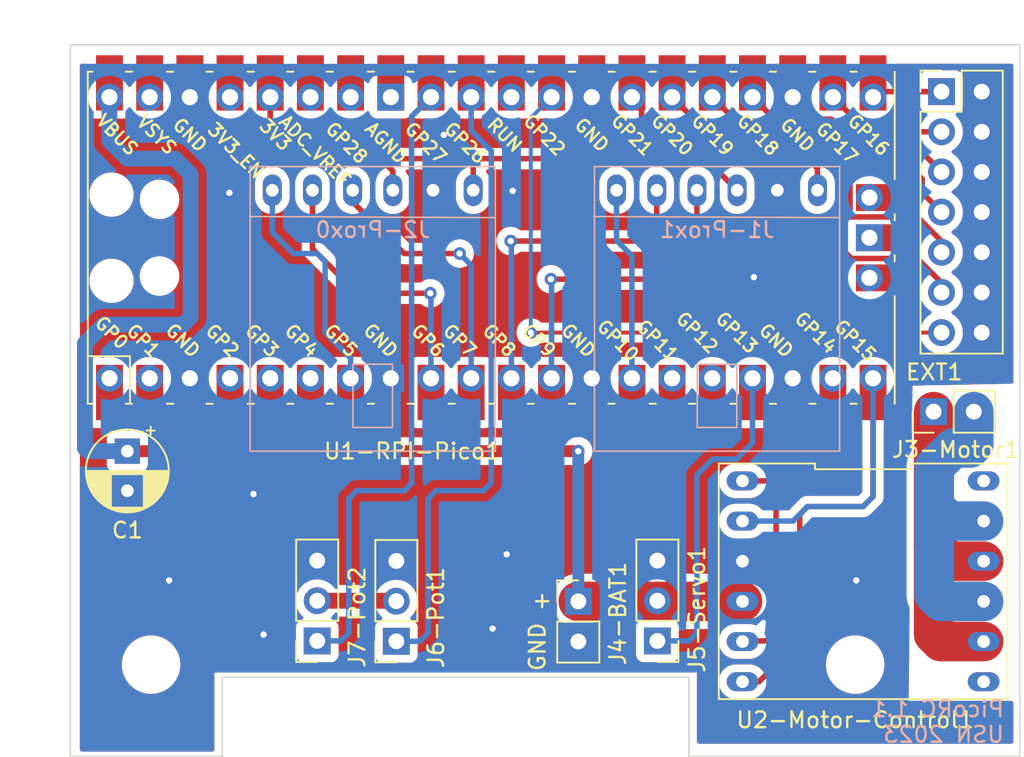
<source format=kicad_pcb>
(kicad_pcb (version 20221018) (generator pcbnew)
  (layers (0 "F.Cu" signal) (31 "B.Cu" signal) (34 "B.Paste" user) (35 "F.Paste" user) (36 "B.SilkS" user "B.Silkscreen") (37 "F.SilkS" user "F.Silkscreen") (38 "B.Mask" user) (39 "F.Mask" user) (44 "Edge.Cuts" user))
  (net 0 "")
  (net 1 "/INT0")
  (net 2 "/SDA0")
  (net 3 "/SCL0")
  (net 4 "+3.3V")
  (net 5 "GND")
  (net 6 "/INT1")
  (net 7 "/SDA1")
  (net 8 "/SCL1")
  (net 9 "/MC_2")
  (net 10 "/MC_1")
  (net 11 "+BATT")
  (net 12 "/Servo_SIGN")
  (net 13 "/ADC0")
  (net 14 "/MO2")
  (net 15 "/MO1")
  (net 24 "/ADC1")
  (net 33 "/GP16")
  (net 34 "/GP17")
  (net 35 "/GP18")
  (net 36 "/GP19")
  (net 37 "/GP20")
  (net 38 "/GP21")
  (net 39 "/GP22")
  (footprint "DRV8233_Module:DIP-12_600_ELL" (layer "F.Cu") (at 140 114.23 -90)
    (fp_text reference "U2-Motor-Control1" (at 8.77 0.5) (layer "F.SilkS"))
    (fp_text value "~")
    (pad "1" thru_hole oval (at -6.35 7.62 270) (size 1.2 2) (drill 0.8) (layers "*.Cu" "*.Mask") (net 9 "/MC_2"))
    (pad "2" thru_hole oval (at -3.81 7.62 270) (size 1.2 2) (drill 0.8) (layers "*.Cu" "*.Mask") (net 10 "/MC_1"))
    (pad "3" thru_hole oval (at -1.27 7.62 270) (size 1.2 2) (drill 0.8) (layers "*.Cu" "*.Mask") (net 5 "GND"))
    (pad "4" thru_hole oval (at 1.27 7.62 270) (size 1.2 2) (drill 0.8) (layers "*.Cu" "*.Mask") (net 11 "+BATT"))
    (pad "5" thru_hole oval (at 3.81 7.62 270) (size 1.2 2) (drill 0.8) (layers "*.Cu" "*.Mask") (net 9 "/MC_2"))
    (pad "6" thru_hole oval (at 6.35 7.62 270) (size 1.2 2) (drill 0.8) (layers "*.Cu" "*.Mask") (net 10 "/MC_1"))
    (pad "7" thru_hole oval (at 6.35 -7.62 270) (size 1.2 2) (drill 0.8) (layers "*.Cu" "*.Mask"))
    (pad "8" thru_hole oval (at 3.81 -7.62 270) (size 1.2 2) (drill 0.8) (layers "*.Cu" "*.Mask") (net 14 "/MO2"))
    (pad "9" thru_hole oval (at 1.27 -7.62 270) (size 1.2 2) (drill 0.8) (layers "*.Cu" "*.Mask") (net 15 "/MO1"))
    (pad "10" thru_hole oval (at -1.27 -7.62 270) (size 1.2 2) (drill 0.8) (layers "*.Cu" "*.Mask") (net 14 "/MO2"))
    (pad "11" thru_hole oval (at -3.81 -7.62 270) (size 1.2 2) (drill 0.8) (layers "*.Cu" "*.Mask") (net 15 "/MO1"))
    (pad "12" thru_hole oval (at -6.35 -7.62 270) (size 1.2 2) (drill 0.8) (layers "*.Cu" "*.Mask"))
  )
  (footprint "Connector_PinHeader_2.54mm:PinHeader_2x07_P2.54mm_Vertical" (layer "F.Cu") (at 144.96 83.26)
    (fp_text reference "EXT1" (at -0.46 17.74) (layer "F.SilkS"))
    (fp_text value "Ext")
    (pad "1" thru_hole rect (at 0 0) (size 1.7 1.7) (drill 1) (layers "*.Cu" "*.Mask") (net 33 "/GP16"))
    (pad "2" thru_hole oval (at 2.54 0) (size 1.7 1.7) (drill 1) (layers "*.Cu" "*.Mask") (net 5 "GND"))
    (pad "3" thru_hole oval (at 0 2.54) (size 1.7 1.7) (drill 1) (layers "*.Cu" "*.Mask") (net 34 "/GP17"))
    (pad "4" thru_hole oval (at 2.54 2.54) (size 1.7 1.7) (drill 1) (layers "*.Cu" "*.Mask") (net 5 "GND"))
    (pad "5" thru_hole oval (at 0 5.08) (size 1.7 1.7) (drill 1) (layers "*.Cu" "*.Mask") (net 35 "/GP18"))
    (pad "6" thru_hole oval (at 2.54 5.08) (size 1.7 1.7) (drill 1) (layers "*.Cu" "*.Mask") (net 5 "GND"))
    (pad "7" thru_hole oval (at 0 7.62) (size 1.7 1.7) (drill 1) (layers "*.Cu" "*.Mask") (net 36 "/GP19"))
    (pad "8" thru_hole oval (at 2.54 7.62) (size 1.7 1.7) (drill 1) (layers "*.Cu" "*.Mask") (net 5 "GND"))
    (pad "9" thru_hole oval (at 0 10.16) (size 1.7 1.7) (drill 1) (layers "*.Cu" "*.Mask") (net 37 "/GP20"))
    (pad "10" thru_hole oval (at 2.54 10.16) (size 1.7 1.7) (drill 1) (layers "*.Cu" "*.Mask") (net 5 "GND"))
    (pad "11" thru_hole oval (at 0 12.7) (size 1.7 1.7) (drill 1) (layers "*.Cu" "*.Mask") (net 38 "/GP21"))
    (pad "12" thru_hole oval (at 2.54 12.7) (size 1.7 1.7) (drill 1) (layers "*.Cu" "*.Mask") (net 5 "GND"))
    (pad "13" thru_hole oval (at 0 15.24) (size 1.7 1.7) (drill 1) (layers "*.Cu" "*.Mask") (net 39 "/GP22"))
    (pad "14" thru_hole oval (at 2.54 15.24) (size 1.7 1.7) (drill 1) (layers "*.Cu" "*.Mask") (net 5 "GND"))
  )
  (footprint "MountingHole:MountingHole_3.2mm_M3_ISO14580" (layer "F.Cu") (at 139.5 119.5)
    (fp_text reference "REF**" hide)
    (fp_text value "M3_ISO14580")
    (pad "" np_thru_hole circle (at 0 0) (size 3.2 3.2) (drill 3.2) (layers "*.Cu" "*.Mask"))
  )
  (footprint "Capacitor_THT:CP_Radial_D5.0mm_P2.50mm" (layer "F.Cu") (at 93.5 106 -90)
    (fp_text reference "C1" (at 5 0 -180) (layer "F.SilkS"))
    (fp_text value "C_Polarized_Small_US")
    (pad "1" thru_hole rect (at 0 0 270) (size 1.6 1.6) (drill 0.8) (layers "*.Cu" "*.Mask") (net 11 "+BATT"))
    (pad "2" thru_hole circle (at 2.5 0 270) (size 1.6 1.6) (drill 0.8) (layers "*.Cu" "*.Mask") (net 5 "GND"))
  )
  (footprint "Connector_PinSocket_2.54mm:PinSocket_1x03_P2.54mm_Vertical" (layer "F.Cu") (at 110.5 118.025 180)
    (fp_text reference "J6-Pot1" (at -2.5 1.5 90) (layer "F.SilkS"))
    (fp_text value "Pot")
    (pad "1" thru_hole rect (at 0 0 180) (size 1.7 1.7) (drill 1) (layers "*.Cu" "*.Mask") (net 13 "/ADC0"))
    (pad "2" thru_hole oval (at 0 2.54 180) (size 1.7 1.7) (drill 1) (layers "*.Cu" "*.Mask") (net 4 "+3.3V"))
    (pad "3" thru_hole oval (at 0 5.08 180) (size 1.7 1.7) (drill 1) (layers "*.Cu" "*.Mask") (net 5 "GND"))
  )
  (footprint "Connector_PinHeader_2.54mm:PinHeader_1x03_P2.54mm_Vertical" (layer "F.Cu") (at 127 118 180)
    (fp_text reference "J5-Servo1" (at -2.5 2 90) (layer "F.SilkS"))
    (fp_text value "Servo")
    (pad "1" thru_hole rect (at 0 0 180) (size 1.7 1.7) (drill 1) (layers "*.Cu" "*.Mask") (net 12 "/Servo_SIGN"))
    (pad "2" thru_hole oval (at 0 2.54 180) (size 1.7 1.7) (drill 1) (layers "*.Cu" "*.Mask") (net 11 "+BATT"))
    (pad "3" thru_hole oval (at 0 5.08 180) (size 1.7 1.7) (drill 1) (layers "*.Cu" "*.Mask") (net 5 "GND"))
  )
  (footprint "MountingHole:MountingHole_3.2mm_M3_ISO14580" (layer "F.Cu") (at 95 119.5)
    (fp_text reference "REF**" hide)
    (fp_text value "M3_ISO14580")
    (pad "" np_thru_hole circle (at 0 0) (size 3.2 3.2) (drill 3.2) (layers "*.Cu" "*.Mask"))
  )
  (footprint "Connector_PinHeader_2.54mm:PinHeader_1x02_P2.54mm_Vertical" (layer "F.Cu") (at 122 115.5)
    (fp_text reference "J4-BAT1" (at 2.5 0.775 90) (layer "F.SilkS"))
    (fp_text value "3.7V Battery")
    (pad "1" thru_hole rect (at 0 0) (size 1.7 1.7) (drill 1) (layers "*.Cu" "*.Mask") (net 11 "+BATT"))
    (pad "2" thru_hole oval (at 0 2.54) (size 1.7 1.7) (drill 1) (layers "*.Cu" "*.Mask") (net 5 "GND"))
  )
  (footprint "Connector_PinSocket_2.54mm:PinSocket_1x03_P2.54mm_Vertical" (layer "F.Cu") (at 105.5 118 180)
    (fp_text reference "J7-Pot2" (at -2.525 1.5 90) (layer "F.SilkS"))
    (fp_text value "Pot")
    (pad "1" thru_hole rect (at 0 0 180) (size 1.7 1.7) (drill 1) (layers "*.Cu" "*.Mask") (net 24 "/ADC1"))
    (pad "2" thru_hole oval (at 0 2.54 180) (size 1.7 1.7) (drill 1) (layers "*.Cu" "*.Mask") (net 4 "+3.3V"))
    (pad "3" thru_hole oval (at 0 5.08 180) (size 1.7 1.7) (drill 1) (layers "*.Cu" "*.Mask") (net 5 "GND"))
  )
  (footprint "Connector_PinHeader_2.54mm:PinHeader_1x02_P2.54mm_Vertical" (layer "F.Cu") (at 144.46 103.5 90)
    (fp_text reference "J3-Motor1" (at -2.4 -2.725) (layer "F.SilkS") (effects (justify left)))
    (fp_text value "DC-Motor")
    (pad "1" thru_hole rect (at 0 0 90) (size 1.7 1.7) (drill 1) (layers "*.Cu" "*.Mask") (net 14 "/MO2"))
    (pad "2" thru_hole oval (at 0 2.54 90) (size 1.7 1.7) (drill 1) (layers "*.Cu" "*.Mask") (net 15 "/MO1"))
  )
  (footprint "MCU_RaspberryPi_and_Boards:RPi_Pico_SMD_TH" (layer "F.Cu") (at 116.5 92.5 90)
    (fp_text reference "U1-RPI-Pico1" (at -13.5 -5 180) (layer "F.SilkS"))
    (fp_text value "Pico")
    (fp_text user "GP28" (at 6 -9.144 135) (layer "F.SilkS") (effects (font (size 0.8 0.8))))
    (fp_text user "GP26" (at 6 -1.65 135) (layer "F.SilkS") (effects (font (size 0.8 0.8))))
    (fp_text user "3V3_EN" (at 5.5 -16.15 135) (layer "F.SilkS") (effects (font (size 0.8 0.8))))
    (fp_text user "GND" (at 6.5 6.35 135) (layer "F.SilkS") (effects (font (size 0.8 0.8))))
    (fp_text user "AGND" (at 6 -6.65 135) (layer "F.SilkS") (effects (font (size 0.8 0.8))))
    (fp_text user "GND" (at -6.5 5.5 135) (layer "F.SilkS") (effects (font (size 0.8 0.8))))
    (fp_text user "GND" (at 6.5 19.35 135) (layer "F.SilkS") (effects (font (size 0.8 0.8))))
    (fp_text user "GP20" (at 6.5 11.43 135) (layer "F.SilkS") (effects (font (size 0.8 0.8))))
    (fp_text user "GP22" (at 6.5 3.35 135) (layer "F.SilkS") (effects (font (size 0.8 0.8))))
    (fp_text user "GP16" (at 6.5 23.85 135) (layer "F.SilkS") (effects (font (size 0.8 0.8))))
    (fp_text user "GP27" (at 6 -4.15 135) (layer "F.SilkS") (effects (font (size 0.8 0.8))))
    (fp_text user "GP6" (at -6.5 -4 135) (layer "F.SilkS") (effects (font (size 0.8 0.8))))
    (fp_text user "GP14" (at -6 20.5 135) (layer "F.SilkS") (effects (font (size 0.8 0.8))))
    (fp_text user "GP17" (at 6 21.85 135) (layer "F.SilkS") (effects (font (size 0.8 0.8))))
    (fp_text user "GP12" (at -6 13 135) (layer "F.SilkS") (effects (font (size 0.8 0.8))))
    (fp_text user "GP2" (at -6.5 -17 135) (layer "F.SilkS") (effects (font (size 0.8 0.8))))
    (fp_text user "GP11" (at -6.5 10.5 135) (layer "F.SilkS") (effects (font (size 0.8 0.8))))
    (fp_text user "GP9" (at -6.5 3 135) (layer "F.SilkS") (effects (font (size 0.8 0.8))))
    (fp_text user "GP4" (at -6.5 -12 135) (layer "F.SilkS") (effects (font (size 0.8 0.8))))
    (fp_text user "ADC_VREF" (at 5.5 -11.15 135) (layer "F.SilkS") (effects (font (size 0.8 0.8))))
    (fp_text user "GP7" (at -6.5 -2 135) (layer "F.SilkS") (effects (font (size 0.8 0.8))))
    (fp_text user "GND" (at -6.5 -19.5 135) (layer "F.SilkS") (effects (font (size 0.8 0.8))))
    (fp_text user "RUN" (at 6.5 0.85 135) (layer "F.SilkS") (effects (font (size 0.8 0.8))))
    (fp_text user "VSYS" (at 6.5 -21.15 135) (layer "F.SilkS") (effects (font (size 0.8 0.8))))
    (fp_text user "GND" (at -6.5 -7 135) (layer "F.SilkS") (effects (font (size 0.8 0.8))))
    (fp_text user "GP0" (at -6 -24 135) (layer "F.SilkS") (effects (font (size 0.8 0.8))))
    (fp_text user "VBUS" (at 6.5 -23.65 135) (layer "F.SilkS") (effects (font (size 0.8 0.8))))
    (fp_text user "GP18" (at 6.5 16.85 135) (layer "F.SilkS") (effects (font (size 0.8 0.8))))
    (fp_text user "GP3" (at -6.5 -14.5 135) (layer "F.SilkS") (effects (font (size 0.8 0.8))))
    (fp_text user "GND" (at -6.5 18 135) (layer "F.SilkS") (effects (font (size 0.8 0.8))))
    (fp_text user "GP13" (at -6 15.5 135) (layer "F.SilkS") (effects (font (size 0.8 0.8))))
    (fp_text user "GP15" (at -6.5 23 135) (layer "F.SilkS") (effects (font (size 0.8 0.8))))
    (fp_text user "GP1" (at -6.5 -22 135) (layer "F.SilkS") (effects (font (size 0.8 0.8))))
    (fp_text user "GND" (at 6.5 -19.05 135) (layer "F.SilkS") (effects (font (size 0.8 0.8))))
    (fp_text user "3V3" (at 6.5 -13.65 135) (layer "F.SilkS") (effects (font (size 0.8 0.8))))
    (fp_text user "GP8" (at -6.5 0.5 135) (layer "F.SilkS") (effects (font (size 0.8 0.8))))
    (fp_text user "GP5" (at -6.5 -9.5 135) (layer "F.SilkS") (effects (font (size 0.8 0.8))))
    (fp_text user "GP19" (at 6.5 13.97 135) (layer "F.SilkS") (effects (font (size 0.8 0.8))))
    (fp_text user "GP10" (at -6.5 8 135) (layer "F.SilkS") (effects (font (size 0.8 0.8))))
    (fp_text user "GP21" (at 6.5 8.9 135) (layer "F.SilkS") (effects (font (size 0.8 0.8))))
    (pad "" np_thru_hole oval (at -2.725 -24 90) (size 1.8 1.8) (drill 1.8) (layers "*.Cu" "*.Mask"))
    (pad "" np_thru_hole oval (at -2.425 -20.97 90) (size 1.5 1.5) (drill 1.5) (layers "*.Cu" "*.Mask"))
    (pad "" np_thru_hole oval (at 2.425 -20.97 90) (size 1.5 1.5) (drill 1.5) (layers "*.Cu" "*.Mask"))
    (pad "" np_thru_hole oval (at 2.725 -24 90) (size 1.8 1.8) (drill 1.8) (layers "*.Cu" "*.Mask"))
    (pad "1" thru_hole oval (at -8.89 -24.13 90) (size 1.7 1.7) (drill 1.02) (layers "*.Cu" "*.Mask"))
    (pad "1" smd rect (at -8.89 -24.13 90) (size 3.5 1.7) (drill (offset -0.9 0)) (layers "F.Cu" "F.Mask"))
    (pad "2" thru_hole oval (at -8.89 -21.59 90) (size 1.7 1.7) (drill 1.02) (layers "*.Cu" "*.Mask"))
    (pad "2" smd rect (at -8.89 -21.59 90) (size 3.5 1.7) (drill (offset -0.9 0)) (layers "F.Cu" "F.Mask"))
    (pad "3" thru_hole rect (at -8.89 -19.05 90) (size 1.7 1.7) (drill 1.02) (layers "*.Cu" "*.Mask") (net 5 "GND"))
    (pad "3" smd rect (at -8.89 -19.05 90) (size 3.5 1.7) (drill (offset -0.9 0)) (layers "F.Cu" "F.Mask") (net 5 "GND"))
    (pad "4" thru_hole oval (at -8.89 -16.51 90) (size 1.7 1.7) (drill 1.02) (layers "*.Cu" "*.Mask"))
    (pad "4" smd rect (at -8.89 -16.51 90) (size 3.5 1.7) (drill (offset -0.9 0)) (layers "F.Cu" "F.Mask"))
    (pad "5" thru_hole oval (at -8.89 -13.97 90) (size 1.7 1.7) (drill 1.02) (layers "*.Cu" "*.Mask"))
    (pad "5" smd rect (at -8.89 -13.97 90) (size 3.5 1.7) (drill (offset -0.9 0)) (layers "F.Cu" "F.Mask"))
    (pad "6" thru_hole oval (at -8.89 -11.43 90) (size 1.7 1.7) (drill 1.02) (layers "*.Cu" "*.Mask"))
    (pad "6" smd rect (at -8.89 -11.43 90) (size 3.5 1.7) (drill (offset -0.9 0)) (layers "F.Cu" "F.Mask"))
    (pad "7" thru_hole oval (at -8.89 -8.89 90) (size 1.7 1.7) (drill 1.02) (layers "*.Cu" "*.Mask") (net 6 "/INT1"))
    (pad "7" smd rect (at -8.89 -8.89 90) (size 3.5 1.7) (drill (offset -0.9 0)) (layers "F.Cu" "F.Mask") (net 6 "/INT1"))
    (pad "8" thru_hole rect (at -8.89 -6.35 90) (size 1.7 1.7) (drill 1.02) (layers "*.Cu" "*.Mask") (net 5 "GND"))
    (pad "8" smd rect (at -8.89 -6.35 90) (size 3.5 1.7) (drill (offset -0.9 0)) (layers "F.Cu" "F.Mask") (net 5 "GND"))
    (pad "9" thru_hole oval (at -8.89 -3.81 90) (size 1.7 1.7) (drill 1.02) (layers "*.Cu" "*.Mask") (net 7 "/SDA1"))
    (pad "9" smd rect (at -8.89 -3.81 90) (size 3.5 1.7) (drill (offset -0.9 0)) (layers "F.Cu" "F.Mask") (net 7 "/SDA1"))
    (pad "10" thru_hole oval (at -8.89 -1.27 90) (size 1.7 1.7) (drill 1.02) (layers "*.Cu" "*.Mask") (net 8 "/SCL1"))
    (pad "10" smd rect (at -8.89 -1.27 90) (size 3.5 1.7) (drill (offset -0.9 0)) (layers "F.Cu" "F.Mask") (net 8 "/SCL1"))
    (pad "11" thru_hole oval (at -8.89 1.27 90) (size 1.7 1.7) (drill 1.02) (layers "*.Cu" "*.Mask") (net 2 "/SDA0"))
    (pad "11" smd rect (at -8.89 1.27 90) (size 3.5 1.7) (drill (offset -0.9 0)) (layers "F.Cu" "F.Mask") (net 2 "/SDA0"))
    (pad "12" thru_hole oval (at -8.89 3.81 90) (size 1.7 1.7) (drill 1.02) (layers "*.Cu" "*.Mask") (net 3 "/SCL0"))
    (pad "12" smd rect (at -8.89 3.81 90) (size 3.5 1.7) (drill (offset -0.9 0)) (layers "F.Cu" "F.Mask") (net 3 "/SCL0"))
    (pad "13" thru_hole rect (at -8.89 6.35 90) (size 1.7 1.7) (drill 1.02) (layers "*.Cu" "*.Mask") (net 5 "GND"))
    (pad "13" smd rect (at -8.89 6.35 90) (size 3.5 1.7) (drill (offset -0.9 0)) (layers "F.Cu" "F.Mask") (net 5 "GND"))
    (pad "14" thru_hole oval (at -8.89 8.89 90) (size 1.7 1.7) (drill 1.02) (layers "*.Cu" "*.Mask") (net 1 "/INT0"))
    (pad "14" smd rect (at -8.89 8.89 90) (size 3.5 1.7) (drill (offset -0.9 0)) (layers "F.Cu" "F.Mask") (net 1 "/INT0"))
    (pad "15" thru_hole oval (at -8.89 11.43 90) (size 1.7 1.7) (drill 1.02) (layers "*.Cu" "*.Mask"))
    (pad "15" smd rect (at -8.89 11.43 90) (size 3.5 1.7) (drill (offset -0.9 0)) (layers "F.Cu" "F.Mask"))
    (pad "16" thru_hole oval (at -8.89 13.97 90) (size 1.7 1.7) (drill 1.02) (layers "*.Cu" "*.Mask"))
    (pad "16" smd rect (at -8.89 13.97 90) (size 3.5 1.7) (drill (offset -0.9 0)) (layers "F.Cu" "F.Mask"))
    (pad "17" thru_hole oval (at -8.89 16.51 90) (size 1.7 1.7) (drill 1.02) (layers "*.Cu" "*.Mask") (net 12 "/Servo_SIGN"))
    (pad "17" smd rect (at -8.89 16.51 90) (size 3.5 1.7) (drill (offset -0.9 0)) (layers "F.Cu" "F.Mask") (net 12 "/Servo_SIGN"))
    (pad "18" thru_hole rect (at -8.89 19.05 90) (size 1.7 1.7) (drill 1.02) (layers "*.Cu" "*.Mask") (net 5 "GND"))
    (pad "18" smd rect (at -8.89 19.05 90) (size 3.5 1.7) (drill (offset -0.9 0)) (layers "F.Cu" "F.Mask") (net 5 "GND"))
    (pad "19" thru_hole oval (at -8.89 21.59 90) (size 1.7 1.7) (drill 1.02) (layers "*.Cu" "*.Mask") (net 9 "/MC_2"))
    (pad "19" smd rect (at -8.89 21.59 90) (size 3.5 1.7) (drill (offset -0.9 0)) (layers "F.Cu" "F.Mask") (net 9 "/MC_2"))
    (pad "20" thru_hole oval (at -8.89 24.13 90) (size 1.7 1.7) (drill 1.02) (layers "*.Cu" "*.Mask") (net 10 "/MC_1"))
    (pad "20" smd rect (at -8.89 24.13 90) (size 3.5 1.7) (drill (offset -0.9 0)) (layers "F.Cu" "F.Mask") (net 10 "/MC_1"))
    (pad "21" thru_hole oval (at 8.89 24.13 90) (size 1.7 1.7) (drill 1.02) (layers "*.Cu" "*.Mask") (net 33 "/GP16"))
    (pad "21" smd rect (at 8.89 24.13 90) (size 3.5 1.7) (drill (offset 0.9 0)) (layers "F.Cu" "F.Mask") (net 33 "/GP16"))
    (pad "22" thru_hole oval (at 8.89 21.59 90) (size 1.7 1.7) (drill 1.02) (layers "*.Cu" "*.Mask") (net 34 "/GP17"))
    (pad "22" smd rect (at 8.89 21.59 90) (size 3.5 1.7) (drill (offset 0.9 0)) (layers "F.Cu" "F.Mask") (net 34 "/GP17"))
    (pad "23" thru_hole rect (at 8.89 19.05 90) (size 1.7 1.7) (drill 1.02) (layers "*.Cu" "*.Mask") (net 5 "GND"))
    (pad "23" smd rect (at 8.89 19.05 90) (size 3.5 1.7) (drill (offset 0.9 0)) (layers "F.Cu" "F.Mask") (net 5 "GND"))
    (pad "24" thru_hole oval (at 8.89 16.51 90) (size 1.7 1.7) (drill 1.02) (layers "*.Cu" "*.Mask") (net 35 "/GP18"))
    (pad "24" smd rect (at 8.89 16.51 90) (size 3.5 1.7) (drill (offset 0.9 0)) (layers "F.Cu" "F.Mask") (net 35 "/GP18"))
    (pad "25" thru_hole oval (at 8.89 13.97 90) (size 1.7 1.7) (drill 1.02) (layers "*.Cu" "*.Mask") (net 36 "/GP19"))
    (pad "25" smd rect (at 8.89 13.97 90) (size 3.5 1.7) (drill (offset 0.9 0)) (layers "F.Cu" "F.Mask") (net 36 "/GP19"))
    (pad "26" thru_hole oval (at 8.89 11.43 90) (size 1.7 1.7) (drill 1.02) (layers "*.Cu" "*.Mask") (net 37 "/GP20"))
    (pad "26" smd rect (at 8.89 11.43 90) (size 3.5 1.7) (drill (offset 0.9 0)) (layers "F.Cu" "F.Mask") (net 37 "/GP20"))
    (pad "27" thru_hole oval (at 8.89 8.89 90) (size 1.7 1.7) (drill 1.02) (layers "*.Cu" "*.Mask") (net 38 "/GP21"))
    (pad "27" smd rect (at 8.89 8.89 90) (size 3.5 1.7) (drill (offset 0.9 0)) (layers "F.Cu" "F.Mask") (net 38 "/GP21"))
    (pad "28" thru_hole rect (at 8.89 6.35 90) (size 1.7 1.7) (drill 1.02) (layers "*.Cu" "*.Mask") (net 5 "GND"))
    (pad "28" smd rect (at 8.89 6.35 90) (size 3.5 1.7) (drill (offset 0.9 0)) (layers "F.Cu" "F.Mask") (net 5 "GND"))
    (pad "29" thru_hole oval (at 8.89 3.81 90) (size 1.7 1.7) (drill 1.02) (layers "*.Cu" "*.Mask") (net 39 "/GP22"))
    (pad "29" smd rect (at 8.89 3.81 90) (size 3.5 1.7) (drill (offset 0.9 0)) (layers "F.Cu" "F.Mask") (net 39 "/GP22"))
    (pad "30" thru_hole oval (at 8.89 1.27 90) (size 1.7 1.7) (drill 1.02) (layers "*.Cu" "*.Mask"))
    (pad "30" smd rect (at 8.89 1.27 90) (size 3.5 1.7) (drill (offset 0.9 0)) (layers "F.Cu" "F.Mask"))
    (pad "31" thru_hole oval (at 8.89 -1.27 90) (size 1.7 1.7) (drill 1.02) (layers "*.Cu" "*.Mask") (net 13 "/ADC0"))
    (pad "31" smd rect (at 8.89 -1.27 90) (size 3.5 1.7) (drill (offset 0.9 0)) (layers "F.Cu" "F.Mask") (net 13 "/ADC0"))
    (pad "32" thru_hole oval (at 8.89 -3.81 90) (size 1.7 1.7) (drill 1.02) (layers "*.Cu" "*.Mask") (net 24 "/ADC1"))
    (pad "32" smd rect (at 8.89 -3.81 90) (size 3.5 1.7) (drill (offset 0.9 0)) (layers "F.Cu" "F.Mask") (net 24 "/ADC1"))
    (pad "33" thru_hole rect (at 8.89 -6.35 90) (size 1.7 1.7) (drill 1.02) (layers "*.Cu" "*.Mask"))
    (pad "33" smd rect (at 8.89 -6.35 90) (size 3.5 1.7) (drill (offset 0.9 0)) (layers "F.Cu" "F.Mask"))
    (pad "34" thru_hole oval (at 8.89 -8.89 90) (size 1.7 1.7) (drill 1.02) (layers "*.Cu" "*.Mask"))
    (pad "34" smd rect (at 8.89 -8.89 90) (size 3.5 1.7) (drill (offset 0.9 0)) (layers "F.Cu" "F.Mask"))
    (pad "35" thru_hole oval (at 8.89 -11.43 90) (size 1.7 1.7) (drill 1.02) (layers "*.Cu" "*.Mask"))
    (pad "35" smd rect (at 8.89 -11.43 90) (size 3.5 1.7) (drill (offset 0.9 0)) (layers "F.Cu" "F.Mask"))
    (pad "36" thru_hole oval (at 8.89 -13.97 90) (size 1.7 1.7) (drill 1.02) (layers "*.Cu" "*.Mask") (net 4 "+3.3V"))
    (pad "36" smd rect (at 8.89 -13.97 90) (size 3.5 1.7) (drill (offset 0.9 0)) (layers "F.Cu" "F.Mask") (net 4 "+3.3V"))
    (pad "37" thru_hole oval (at 8.89 -16.51 90) (size 1.7 1.7) (drill 1.02) (layers "*.Cu" "*.Mask"))
    (pad "37" smd rect (at 8.89 -16.51 90) (size 3.5 1.7) (drill (offset 0.9 0)) (layers "F.Cu" "F.Mask"))
    (pad "38" thru_hole rect (at 8.89 -19.05 90) (size 1.7 1.7) (drill 1.02) (layers "*.Cu" "*.Mask") (net 5 "GND"))
    (pad "38" smd rect (at 8.89 -19.05 90) (size 3.5 1.7) (drill (offset 0.9 0)) (layers "F.Cu" "F.Mask") (net 5 "GND"))
    (pad "39" thru_hole oval (at 8.89 -21.59 90) (size 1.7 1.7) (drill 1.02) (layers "*.Cu" "*.Mask"))
    (pad "39" smd rect (at 8.89 -21.59 90) (size 3.5 1.7) (drill (offset 0.9 0)) (layers "F.Cu" "F.Mask"))
    (pad "40" thru_hole oval (at 8.89 -24.13 90) (size 1.7 1.7) (drill 1.02) (layers "*.Cu" "*.Mask") (net 11 "+BATT"))
    (pad "40" smd rect (at 8.89 -24.13 90) (size 3.5 1.7) (drill (offset 0.9 0)) (layers "F.Cu" "F.Mask") (net 11 "+BATT"))
    (pad "41" thru_hole oval (at -2.54 23.9 90) (size 1.7 1.7) (drill 1.02) (layers "*.Cu" "*.Mask"))
    (pad "41" smd rect (at -2.54 23.9 180) (size 3.5 1.7) (drill (offset -0.9 0)) (layers "F.Cu" "F.Mask"))
    (pad "42" thru_hole rect (at 0 23.9 90) (size 1.7 1.7) (drill 1.02) (layers "*.Cu" "*.Mask"))
    (pad "42" smd rect (at 0 23.9 180) (size 3.5 1.7) (drill (offset -0.9 0)) (layers "F.Cu" "F.Mask"))
    (pad "43" thru_hole oval (at 2.54 23.9 90) (size 1.7 1.7) (drill 1.02) (layers "*.Cu" "*.Mask"))
    (pad "43" smd rect (at 2.54 23.9 180) (size 3.5 1.7) (drill (offset -0.9 0)) (layers "F.Cu" "F.Mask"))
  )
  (footprint "ADPS9960:SIP-6" (layer "B.Cu") (at 109.01 89.5 180)
    (fp_text reference "J2-Prox0" (at 0 -2.5) (layer "B.SilkS") (effects (justify mirror)))
    (fp_text value "I2C_CH1")
    (pad "1" thru_hole oval (at 6.35 0 180) (size 1.2 2) (drill 0.8) (layers "*.Cu" "*.Mask") (net 6 "/INT1"))
    (pad "2" thru_hole oval (at 3.81 0 180) (size 1.2 2) (drill 0.8) (layers "*.Cu" "*.Mask") (net 7 "/SDA1"))
    (pad "3" thru_hole oval (at 1.27 0 180) (size 1.2 2) (drill 0.8) (layers "*.Cu" "*.Mask") (net 8 "/SCL1"))
    (pad "4" thru_hole oval (at -1.27 0 180) (size 1.2 2) (drill 0.8) (layers "*.Cu" "*.Mask") (net 4 "+3.3V"))
    (pad "5" thru_hole oval (at -3.81 0 180) (size 1.2 2) (drill 0.8) (layers "*.Cu" "*.Mask") (net 5 "GND"))
    (pad "6" thru_hole oval (at -6.35 0 180) (size 1.2 2) (drill 0.8) (layers "*.Cu" "*.Mask") (net 4 "+3.3V"))
  )
  (footprint "ADPS9960:SIP-6" (layer "B.Cu") (at 130.77 89.5 180)
    (fp_text reference "J1-Prox1" (at 0 -2.5) (layer "B.SilkS") (effects (justify mirror)))
    (fp_text value "I2C_CH0")
    (pad "1" thru_hole oval (at 6.35 0 180) (size 1.2 2) (drill 0.8) (layers "*.Cu" "*.Mask") (net 1 "/INT0"))
    (pad "2" thru_hole oval (at 3.81 0 180) (size 1.2 2) (drill 0.8) (layers "*.Cu" "*.Mask") (net 2 "/SDA0"))
    (pad "3" thru_hole oval (at 1.27 0 180) (size 1.2 2) (drill 0.8) (layers "*.Cu" "*.Mask") (net 3 "/SCL0"))
    (pad "4" thru_hole oval (at -1.27 0 180) (size 1.2 2) (drill 0.8) (layers "*.Cu" "*.Mask") (net 4 "+3.3V"))
    (pad "5" thru_hole oval (at -3.81 0 180) (size 1.2 2) (drill 0.8) (layers "*.Cu" "*.Mask") (net 5 "GND"))
    (pad "6" thru_hole oval (at -6.35 0 180) (size 1.2 2) (drill 0.8) (layers "*.Cu" "*.Mask") (net 4 "+3.3V"))
  )
  (gr_line (start 99.5 125.3) (end 89.9 125.3) (stroke (width 0.1)) (layer "Edge.Cuts"))
  (gr_line (start 89.9 80.3) (end 149.9 80.3) (stroke (width 0.1)) (layer "Edge.Cuts"))
  (gr_line (start 99.5 120.3) (end 99.5 125.3) (stroke (width 0.1)) (layer "Edge.Cuts"))
  (gr_line (start 149.9 80.3) (end 149.9 120.3) (stroke (width 0.1)) (layer "Edge.Cuts"))
  (gr_line (start 149.9 120.3) (end 149.9 125.3) (stroke (width 0.1)) (layer "Edge.Cuts"))
  (gr_line (start 149 125.3) (end 129 125.3) (stroke (width 0.1)) (layer "Edge.Cuts"))
  (gr_line (start 129 120.3) (end 99.5 120.3) (stroke (width 0.1)) (layer "Edge.Cuts"))
  (gr_line (start 149.9 125.3) (end 149 125.3) (stroke (width 0.1)) (layer "Edge.Cuts"))
  (gr_line (start 129 125.3) (end 129 120.3) (stroke (width 0.1)) (layer "Edge.Cuts"))
  (gr_line (start 89.9 125.3) (end 89.9 80.3) (stroke (width 0.1)) (layer "Edge.Cuts"))
  (gr_text "PicoRC 1.1\nUSN 2023" (at 149 124.5) (layer "B.SilkS") (effects (font (size 1 1)) (justify left bottom mirror)))
  (gr_text "GND" (at 120 120 90) (layer "F.SilkS") (effects (font (size 1 1)) (justify left bottom)))
  (gr_text "+" (at 119 116) (layer "F.SilkS") (effects (font (size 1 1)) (justify left bottom)))
  (segment (start 125.39 93.64) (end 124.42 92.67) (width 0.35) (layer "B.Cu") (net 1))
  (segment (start 125.39 101.39) (end 125.39 93.64) (width 0.35) (layer "B.Cu") (net 1))
  (segment (start 124.42 92.67) (end 124.42 89.5) (width 0.35) (layer "B.Cu") (net 1))
  (segment (start 126.96 91.861) (end 126.111 92.71) (width 0.35) (layer "F.Cu") (net 2))
  (segment (start 126.96 89.5) (end 126.96 91.861) (width 0.35) (layer "F.Cu") (net 2))
  (segment (start 126.111 92.71) (end 117.729 92.71) (width 0.35) (layer "F.Cu") (net 2))
  (via (at 117.729 92.71) (size 0.8) (drill 0.4) (layers "F.Cu" "B.Cu") (net 2))
  (segment (start 117.729 92.71) (end 117.77 92.751) (width 0.35) (layer "B.Cu") (net 2))
  (segment (start 117.77 92.751) (end 117.77 101.39) (width 0.35) (layer "B.Cu") (net 2))
  (segment (start 129.5 92) (end 126.377 95.123) (width 0.35) (layer "F.Cu") (net 3))
  (segment (start 126.377 95.123) (end 120.269 95.123) (width 0.35) (layer "F.Cu") (net 3))
  (segment (start 129.5 92) (end 129.5 89.5) (width 0.35) (layer "F.Cu") (net 3))
  (via (at 120.269 95.123) (size 0.8) (drill 0.4) (layers "F.Cu" "B.Cu") (net 3))
  (segment (start 120.31 95.164) (end 120.31 101.39) (width 0.35) (layer "B.Cu") (net 3))
  (segment (start 120.269 95.123) (end 120.31 95.164) (width 0.35) (layer "B.Cu") (net 3))
  (segment (start 130.04 87.5) (end 115 87.5) (width 0.35) (layer "F.Cu") (net 4))
  (segment (start 109 87.5) (end 115 87.5) (width 0.35) (layer "F.Cu") (net 4))
  (segment (start 110.28 88.28) (end 109.5 87.5) (width 0.35) (layer "F.Cu") (net 4))
  (segment (start 110.475 115.46) (end 110.5 115.485) (width 1) (layer "F.Cu") (net 4))
  (segment (start 102.53 83.61) (end 102.53 87) (width 0.35) (layer "F.Cu") (net 4))
  (segment (start 110.28 89.5) (end 110.28 88.28) (width 0.35) (layer "F.Cu") (net 4))
  (segment (start 115.36 87.86) (end 115 87.5) (width 0.35) (layer "F.Cu") (net 4))
  (segment (start 109.5 87.5) (end 109 87.5) (width 0.35) (layer "F.Cu") (net 4))
  (segment (start 102.53 87) (end 102.53 87.03) (width 0.35) (layer "F.Cu") (net 4))
  (segment (start 137.12 88.12) (end 136.5 87.5) (width 0.35) (layer "F.Cu") (net 4))
  (segment (start 137.12 89.5) (end 137.12 88.12) (width 0.35) (layer "F.Cu") (net 4))
  (segment (start 115.36 89.5) (end 115.36 87.86) (width 0.35) (layer "F.Cu") (net 4))
  (segment (start 107 87.5) (end 109 87.5) (width 0.35) (layer "F.Cu") (net 4))
  (segment (start 136.5 87.5) (end 130.04 87.5) (width 0.35) (layer "F.Cu") (net 4))
  (segment (start 103 87.5) (end 107 87.5) (width 0.35) (layer "F.Cu") (net 4))
  (segment (start 132.04 89.5) (end 130.04 87.5) (width 0.35) (layer "F.Cu") (net 4))
  (segment (start 105.5 115.46) (end 110.475 115.46) (width 1) (layer "F.Cu") (net 4))
  (segment (start 102.53 87.03) (end 103 87.5) (width 0.35) (layer "F.Cu") (net 4))
  (via (at 96.139 114.173) (size 0.8) (drill 0.4) (layers "F.Cu" "B.Cu") (net 5))
  (via (at 116.586 117.221) (size 0.8) (drill 0.4) (layers "F.Cu" "B.Cu") (net 5))
  (via (at 113.5 86) (size 0.8) (drill 0.4) (layers "F.Cu" "B.Cu") (net 5))
  (via (at 117.856 89.535) (size 0.8) (drill 0.4) (layers "F.Cu" "B.Cu") (net 5))
  (via (at 133.096 94.996) (size 0.8) (drill 0.4) (layers "F.Cu" "B.Cu") (net 5))
  (via (at 99.949 89.662) (size 0.8) (drill 0.4) (layers "F.Cu" "B.Cu") (net 5))
  (via (at 102.108 117.602) (size 0.8) (drill 0.4) (layers "F.Cu" "B.Cu") (net 5))
  (via (at 117.475 112.522) (size 0.8) (drill 0.4) (layers "F.Cu" "B.Cu") (net 5))
  (via (at 139.573 114.173) (size 0.8) (drill 0.4) (layers "F.Cu" "B.Cu") (net 5))
  (via (at 101.473 108.712) (size 0.8) (drill 0.4) (layers "F.Cu" "B.Cu") (net 5))
  (segment (start 112.69 89.63) (end 112.82 89.5) (width 0.35) (layer "B.Cu") (net 5))
  (segment (start 105.5 93.5) (end 104 93.5) (width 0.35) (layer "B.Cu") (net 6))
  (segment (start 106 94) (end 105.5 93.5) (width 0.35) (layer "B.Cu") (net 6))
  (segment (start 107.61 100.11) (end 106 98.5) (width 0.35) (layer "B.Cu") (net 6))
  (segment (start 104 93.5) (end 102.66 92.16) (width 0.35) (layer "B.Cu") (net 6))
  (segment (start 102.66 92.16) (end 102.66 89.5) (width 0.35) (layer "B.Cu") (net 6))
  (segment (start 106 98.5) (end 106 94) (width 0.35) (layer "B.Cu") (net 6))
  (segment (start 107.61 101.39) (end 107.61 100.11) (width 0.35) (layer "B.Cu") (net 6))
  (segment (start 112.649 96.012) (end 108.012 96.012) (width 0.35) (layer "F.Cu") (net 7))
  (segment (start 108.012 96.012) (end 105.2 93.2) (width 0.35) (layer "F.Cu") (net 7))
  (segment (start 105.2 93.2) (end 105.2 89.5) (width 0.35) (layer "F.Cu") (net 7))
  (via (at 112.649 96.012) (size 0.8) (drill 0.4) (layers "F.Cu" "B.Cu") (net 7))
  (segment (start 112.69 96.053) (end 112.69 101.39) (width 0.35) (layer "B.Cu") (net 7))
  (segment (start 112.649 96.012) (end 112.69 96.053) (width 0.35) (layer "B.Cu") (net 7))
  (segment (start 107.74 90.24) (end 111 93.5) (width 0.35) (layer "F.Cu") (net 8))
  (segment (start 111 93.5) (end 114.5 93.5) (width 0.35) (layer "F.Cu") (net 8))
  (segment (start 107.74 89.5) (end 107.74 90.24) (width 0.35) (layer "F.Cu") (net 8))
  (via (at 114.5 93.5) (size 0.8) (drill 0.4) (layers "F.Cu" "B.Cu") (net 8))
  (segment (start 115.23 101.39) (end 115.23 94.23) (width 0.35) (layer "B.Cu") (net 8))
  (segment (start 115.23 94.23) (end 114.5 93.5) (width 0.35) (layer "B.Cu") (net 8))
  (segment (start 134 118) (end 134.5 117.5) (width 0.35) (layer "F.Cu") (net 9))
  (segment (start 132.46 118.04) (end 132.5 118) (width 0.35) (layer "F.Cu") (net 9))
  (segment (start 138.09 107) (end 138.09 101.39) (width 0.35) (layer "F.Cu") (net 9))
  (segment (start 134.5 117.5) (end 134.5 108.38) (width 0.35) (layer "F.Cu") (net 9))
  (segment (start 134.5 108.38) (end 135 107.88) (width 0.35) (layer "F.Cu") (net 9))
  (segment (start 132.38 118.04) (end 132.46 118.04) (width 0.35) (layer "F.Cu") (net 9))
  (segment (start 132.5 118) (end 134 118) (width 0.35) (layer "F.Cu") (net 9))
  (segment (start 132.38 107.88) (end 135 107.88) (width 0.35) (layer "F.Cu") (net 9))
  (segment (start 135 107.88) (end 137.21 107.88) (width 0.35) (layer "F.Cu") (net 9))
  (segment (start 137.21 107.88) (end 138.09 107) (width 0.35) (layer "F.Cu") (net 9))
  (segment (start 136 110) (end 136.5 109.5) (width 0.35) (layer "F.Cu") (net 10))
  (segment (start 136.5 109.5) (end 140 109.5) (width 0.35) (layer "F.Cu") (net 10))
  (segment (start 132.38 120.58) (end 133.42 120.58) (width 0.35) (layer "F.Cu") (net 10))
  (segment (start 140 109.5) (end 140.63 108.87) (width 0.35) (layer "F.Cu") (net 10))
  (segment (start 140.63 108.87) (end 140.63 101.39) (width 0.35) (layer "F.Cu") (net 10))
  (segment (start 133.42 120.58) (end 136 118) (width 0.35) (layer "F.Cu") (net 10))
  (segment (start 136 118) (end 136 110) (width 0.35) (layer "F.Cu") (net 10))
  (segment (start 136.5 109.5) (end 140 109.5) (width 0.35) (layer "B.Cu") (net 10))
  (segment (start 132.38 110.42) (end 135.58 110.42) (width 0.35) (layer "B.Cu") (net 10))
  (segment (start 140 109.5) (end 140.63 108.87) (width 0.35) (layer "B.Cu") (net 10))
  (segment (start 140.63 108.87) (end 140.63 101.39) (width 0.35) (layer "B.Cu") (net 10))
  (segment (start 135.58 110.42) (end 136.5 109.5) (width 0.35) (layer "B.Cu") (net 10))
  (segment (start 126.96 115.5) (end 132.38 115.5) (width 2.5) (layer "F.Cu") (net 11))
  (segment (start 122 106) (end 95.37 106) (width 0.75) (layer "F.Cu") (net 11))
  (segment (start 122 115.5) (end 126.96 115.5) (width 2.5) (layer "F.Cu") (net 11))
  (segment (start 95.37 106) (end 93.5 106) (width 0.75) (layer "F.Cu") (net 11))
  (via (at 122 106) (size 0.8) (drill 0.4) (layers "F.Cu" "B.Cu") (net 11))
  (segment (start 92 98) (end 97 98) (width 1) (layer "B.Cu") (net 11))
  (segment (start 97.5 97.5) (end 97.5 88.5) (width 1) (layer "B.Cu") (net 11))
  (segment (start 96.5 87.5) (end 93.5 87.5) (width 1) (layer "B.Cu") (net 11))
  (segment (start 93.5 106) (end 91 106) (width 1) (layer "B.Cu") (net 11))
  (segment (start 91 106) (end 90.82 105.82) (width 1) (layer "B.Cu") (net 11))
  (segment (start 93.5 87.5) (end 92.37 86.37) (width 1) (layer "B.Cu") (net 11))
  (segment (start 92.37 86.37) (end 92.37 83.61) (width 1) (layer "B.Cu") (net 11))
  (segment (start 97.5 88.5) (end 96.5 87.5) (width 1) (layer "B.Cu") (net 11))
  (segment (start 122 115.5) (end 122 106) (width 0.75) (layer "B.Cu") (net 11))
  (segment (start 90.82 99.18) (end 92 98) (width 1) (layer "B.Cu") (net 11))
  (segment (start 90.82 105.82) (end 90.82 99.18) (width 1) (layer "B.Cu") (net 11))
  (segment (start 97 98) (end 97.5 97.5) (width 1) (layer "B.Cu") (net 11))
  (segment (start 129.5 107.5) (end 130.5 106.5) (width 0.35) (layer "B.Cu") (net 12))
  (segment (start 133.01 105.49) (end 133.01 101.39) (width 0.35) (layer "B.Cu") (net 12))
  (segment (start 129 118) (end 129.5 117.5) (width 0.35) (layer "B.Cu") (net 12))
  (segment (start 127 118) (end 129 118) (width 0.35) (layer "B.Cu") (net 12))
  (segment (start 130.5 106.5) (end 132 106.5) (width 0.35) (layer "B.Cu") (net 12))
  (segment (start 129.5 117.5) (end 129.5 107.5) (width 0.35) (layer "B.Cu") (net 12))
  (segment (start 132 106.5) (end 133.01 105.49) (width 0.35) (layer "B.Cu") (net 12))
  (segment (start 115.23 85.73) (end 115.23 83.61) (width 0.35) (layer "B.Cu") (net 13))
  (segment (start 111.975 118.025) (end 112.5 117.5) (width 0.35) (layer "B.Cu") (net 13))
  (segment (start 116 108.5) (end 116.5 108) (width 0.35) (layer "B.Cu") (net 13))
  (segment (start 112.5 109) (end 113 108.5) (width 0.35) (layer "B.Cu") (net 13))
  (segment (start 113 108.5) (end 116 108.5) (width 0.35) (layer "B.Cu") (net 13))
  (segment (start 116.5 108) (end 116.5 87) (width 0.35) (layer "B.Cu") (net 13))
  (segment (start 116.5 87) (end 115.23 85.73) (width 0.35) (layer "B.Cu") (net 13))
  (segment (start 112.5 117.5) (end 112.5 109) (width 0.35) (layer "B.Cu") (net 13))
  (segment (start 110.5 118.025) (end 111.975 118.025) (width 0.35) (layer "B.Cu") (net 13))
  (segment (start 145.46 112.96) (end 144.46 111.96) (width 2.5) (layer "F.Cu") (net 14))
  (segment (start 144.92 118.04) (end 144.46 117.58) (width 2.5) (layer "F.Cu") (net 14))
  (segment (start 144.46 111.96) (end 144.46 103.5) (width 2.5) (layer "F.Cu") (net 14))
  (segment (start 147.62 112.96) (end 145.46 112.96) (width 2.5) (layer "F.Cu") (net 14))
  (segment (start 147.62 118.04) (end 144.92 118.04) (width 2.5) (layer "F.Cu") (net 14))
  (segment (start 144.46 117.58) (end 144.46 111.96) (width 2.5) (layer "F.Cu") (net 14))
  (segment (start 144.92 115.5) (end 144.5 115.08) (width 2.5) (layer "B.Cu") (net 15))
  (segment (start 146.76 105.8) (end 147 105.56) (width 2.5) (layer "B.Cu") (net 15))
  (segment (start 145.42 110.42) (end 144.5 109.5) (width 2.5) (layer "B.Cu") (net 15))
  (segment (start 147.62 110.42) (end 145.42 110.42) (width 2.5) (layer "B.Cu") (net 15))
  (segment (start 144.5 115.08) (end 144.5 109.5) (width 2.5) (layer "B.Cu") (net 15))
  (segment (start 147 105.56) (end 147 103.5) (width 2.5) (layer "B.Cu") (net 15))
  (segment (start 145.7 105.8) (end 146.76 105.8) (width 2.5) (layer "B.Cu") (net 15))
  (segment (start 147.62 115.5) (end 144.92 115.5) (width 2.5) (layer "B.Cu") (net 15))
  (segment (start 144.5 107) (end 145.7 105.8) (width 2.5) (layer "B.Cu") (net 15))
  (segment (start 144.5 109.5) (end 144.5 107) (width 2.5) (layer "B.Cu") (net 15))
  (segment (start 111.515 84.785) (end 112.69 83.61) (width 0.25) (layer "B.Cu") (net 24))
  (segment (start 105.5 118) (end 107 118) (width 0.35) (layer "B.Cu") (net 24))
  (segment (start 111.465 84.835) (end 112.69 83.61) (width 0.35) (layer "B.Cu") (net 24))
  (segment (start 111 108.5) (end 111.5 108) (width 0.35) (layer "B.Cu") (net 24))
  (segment (start 108 108.5) (end 111 108.5) (width 0.35) (layer "B.Cu") (net 24))
  (segment (start 107.5 109) (end 108 108.5) (width 0.35) (layer "B.Cu") (net 24))
  (segment (start 111.465 107.965) (end 111.465 84.835) (width 0.35) (layer "B.Cu") (net 24))
  (segment (start 107.5 117.5) (end 107.5 109) (width 0.35) (layer "B.Cu") (net 24))
  (segment (start 107 118) (end 107.5 117.5) (width 0.35) (layer "B.Cu") (net 24))
  (segment (start 111.5 108) (end 111.465 107.965) (width 0.35) (layer "B.Cu") (net 24))
  (segment (start 144.96 83.26) (end 140.98 83.26) (width 0.35) (layer "F.Cu") (net 33))
  (segment (start 140.98 83.26) (end 140.63 83.61) (width 0.35) (layer "F.Cu") (net 33))
  (segment (start 144.96 85.8) (end 140.28 85.8) (width 0.35) (layer "F.Cu") (net 34))
  (segment (start 140.28 85.8) (end 138.09 83.61) (width 0.35) (layer "F.Cu") (net 34))
  (segment (start 138 85) (end 134.4 85) (width 0.35) (layer "F.Cu") (net 35))
  (segment (start 134.4 85) (end 133.01 83.61) (width 0.35) (layer "F.Cu") (net 35))
  (segment (start 143.12 86.5) (end 139.5 86.5) (width 0.35) (layer "F.Cu") (net 35))
  (segment (start 139.5 86.5) (end 138 85) (width 0.35) (layer "F.Cu") (net 35))
  (segment (start 144.96 88.34) (end 143.12 86.5) (width 0.35) (layer "F.Cu") (net 35))
  (segment (start 139 87.05) (end 137.5 85.55) (width 0.35) (layer "F.Cu") (net 36))
  (segment (start 144.96 90.88) (end 143.735 89.655) (width 0.35) (layer "F.Cu") (net 36))
  (segment (start 132.41 85.55) (end 130.47 83.61) (width 0.35) (layer "F.Cu") (net 36))
  (segment (start 142 87.05) (end 139 87.05) (width 0.35) (layer "F.Cu") (net 36))
  (segment (start 143.735 89.655) (end 143.735 88.785) (width 0.35) (layer "F.Cu") (net 36))
  (segment (start 143.735 88.785) (end 142 87.05) (width 0.35) (layer "F.Cu") (net 36))
  (segment (start 137.5 85.55) (end 132.41 85.55) (width 0.35) (layer "F.Cu") (net 36))
  (segment (start 139.175 91.185) (end 139.175 88.175) (width 0.35) (layer "F.Cu") (net 37))
  (segment (start 130.42 86.1) (end 127.93 83.61) (width 0.35) (layer "F.Cu") (net 37))
  (segment (start 144.96 93.42) (end 144.96 92.72) (width 0.35) (layer "F.Cu") (net 37))
  (segment (start 139.175 88.175) (end 137.1 86.1) (width 0.35) (layer "F.Cu") (net 37))
  (segment (start 144.96 92.72) (end 143.425 91.185) (width 0.35) (layer "F.Cu") (net 37))
  (segment (start 143.425 91.185) (end 139.175 91.185) (width 0.35) (layer "F.Cu") (net 37))
  (segment (start 137.1 86.1) (end 130.42 86.1) (width 0.35) (layer "F.Cu") (net 37))
  (segment (start 144.96 95.96) (end 144.96 95.35) (width 0.35) (layer "F.Cu") (net 38))
  (segment (start 126 84.22) (end 125.39 83.61) (width 0.35) (layer "F.Cu") (net 38))
  (segment (start 126 85) (end 126 84.22) (width 0.35) (layer "F.Cu") (net 38))
  (segment (start 126.5 85.5) (end 126 85) (width 0.35) (layer "F.Cu") (net 38))
  (segment (start 129.888909 86.888909) (end 128.5 85.5) (width 0.35) (layer "F.Cu") (net 38))
  (segment (start 144.96 95.35) (end 143.425 93.815) (width 0.35) (layer "F.Cu") (net 38))
  (segment (start 138.5 88.277818) (end 137.111091 86.888909) (width 0.35) (layer "F.Cu") (net 38))
  (segment (start 137.111091 86.888909) (end 129.888909 86.888909) (width 0.35) (layer "F.Cu") (net 38))
  (segment (start 138.5 93.05) (end 138.5 88.277818) (width 0.35) (layer "F.Cu") (net 38))
  (segment (start 139.265 93.815) (end 138.5 93.05) (width 0.35) (layer "F.Cu") (net 38))
  (segment (start 143.425 93.815) (end 139.265 93.815) (width 0.35) (layer "F.Cu") (net 38))
  (segment (start 128.5 85.5) (end 126.5 85.5) (width 0.35) (layer "F.Cu") (net 38))
  (segment (start 144.96 98.5) (end 119 98.5) (width 0.25) (layer "F.Cu") (net 39))
  (via (at 119 98.5) (size 0.8) (drill 0.4) (layers "F.Cu" "B.Cu") (net 39))
  (segment (start 119 84.92) (end 120.31 83.61) (width 0.25) (layer "B.Cu") (net 39))
  (segment (start 119 98.5) (end 119 84.92) (width 0.25) (layer "B.Cu") (net 39))
  (zone (net 0) (net_name "") (layer "F.Cu") (connect_pads (clearance 0)) (min_thickness 0.25)
    (keepout (tracks allowed) (vias allowed) (pads allowed) (copperpour not_allowed) (footprints allowed))
    (fill (thermal_gap 0.5) (thermal_bridge_width 0.5))
    (polygon (pts (xy 93.472 104.267) (xy 93.853 104.394) (xy 93.853 104.902) (xy 93.345 104.775)))
  )
  (zone (net 0) (net_name "") (layer "F.Cu") (connect_pads (clearance 0)) (min_thickness 0.25)
    (keepout (tracks allowed) (vias allowed) (pads allowed) (copperpour not_allowed) (footprints allowed))
    (fill (thermal_gap 0.5) (thermal_bridge_width 0.5))
    (polygon (pts (xy 139.7 87.63) (xy 141.859 87.63) (xy 142.621 88.646) (xy 139.7 88.646)))
  )
  (zone (net 0) (net_name "") (layer "F.Cu") (connect_pads (clearance 0)) (min_thickness 0.25)
    (keepout (tracks allowed) (vias allowed) (pads allowed) (copperpour not_allowed) (footprints allowed))
    (fill (thermal_gap 0.5) (thermal_bridge_width 0.5))
    (polygon (pts (xy 130.429 84.836) (xy 131.191 84.963) (xy 131.318 85.344) (xy 130.683 85.725) (xy 130.302 85.344)))
  )
  (zone (net 0) (net_name "") (layer "F.Cu") (connect_pads (clearance 0)) (min_thickness 0.25)
    (keepout (tracks allowed) (vias allowed) (pads allowed) (copperpour not_allowed) (footprints allowed))
    (fill (thermal_gap 0.5) (thermal_bridge_width 0.5))
    (polygon (pts (xy 141.986 83.82) (xy 141.478 85.217) (xy 144.018 85.217) (xy 144.145 84.582) (xy 143.764 84.201) (xy 143.764 83.82)))
  )
  (zone (net 0) (net_name "") (layers "F&B.Cu") (connect_pads (clearance 0)) (min_thickness 0.25)
    (keepout (tracks allowed) (vias allowed) (pads allowed) (copperpour not_allowed) (footprints allowed))
    (fill (thermal_gap 0.5) (thermal_bridge_width 0.5))
    (polygon (pts (xy 143.129 101.854) (xy 149.479 101.727) (xy 149.479 121.793) (xy 142.875 121.793)))
  )
  (zone (net 0) (net_name "") (layers "F&B.Cu") (connect_pads (clearance 0)) (min_thickness 0.25)
    (keepout (tracks allowed) (vias allowed) (pads allowed) (copperpour not_allowed) (footprints allowed))
    (fill (thermal_gap 0.5) (thermal_bridge_width 0.5))
    (polygon (pts (xy 133.7 116.65) (xy 133.85 116.75) (xy 133.8 117.4) (xy 133.4 117.25) (xy 133.3 117) (xy 133.55 116.75)))
  )
  (zone (net 5) (net_name "GND") (layers "F&B.Cu") (connect_pads yes (clearance 0.5)) (min_thickness 0.25) (fill yes (thermal_gap 0.5) (thermal_bridge_width 0.5) (island_removal_mode 1) (island_area_min 10))
    (polygon (pts (xy 90.5 81.5) (xy 149.5 81.5) (xy 149.5 124.5) (xy 129.5 124.5) (xy 129.5 120) (xy 99 120) (xy 99 125) (xy 90.5 125)))
  )
  (zone (net 0) (net_name "") (layer "B.Cu") (connect_pads (clearance 0)) (min_thickness 0.25)
    (keepout (tracks allowed) (vias allowed) (pads allowed) (copperpour not_allowed) (footprints allowed))
    (fill (thermal_gap 0.5) (thermal_bridge_width 0.5))
    (polygon (pts (xy 106.299 116.332) (xy 106.68 116.078) (xy 107.061 116.332) (xy 106.934 116.967) (xy 106.299 116.84)))
  )
)
</source>
